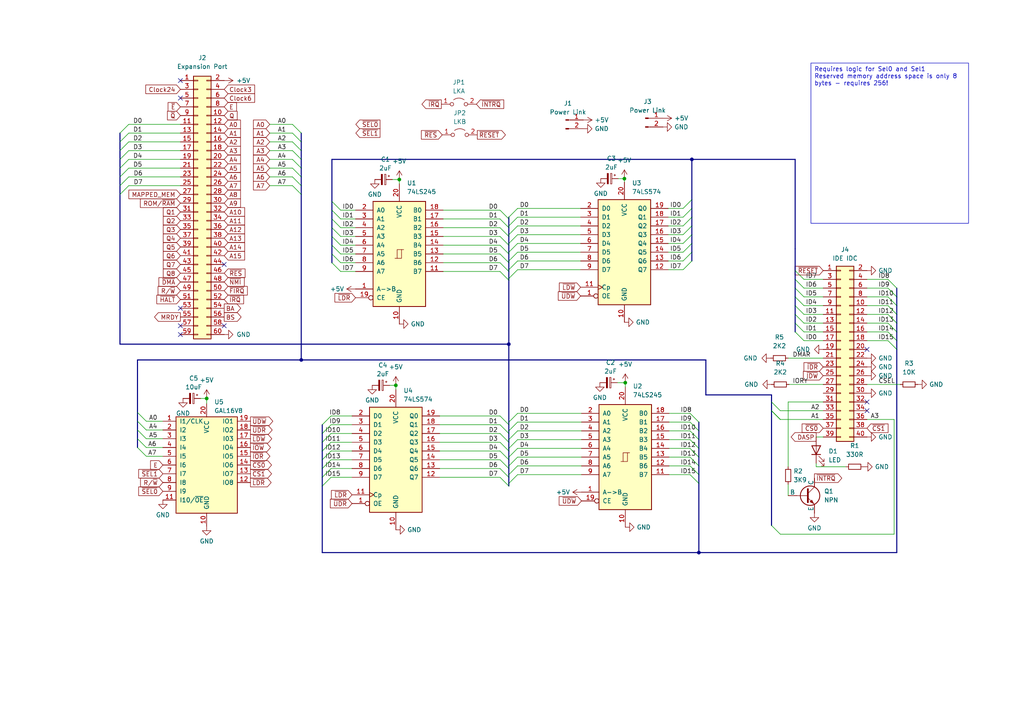
<source format=kicad_sch>
(kicad_sch (version 20230121) (generator eeschema)
  (paper "A4")
  (title_block (title "8 bit IDE for 6309 SBC") (date "2023-10-28") (rev "Rev 0.0"))
  (junction (at 114.808 111.76))
  (junction (at 181.102 51.816))
  (junction (at 87.376 104.394))
  (junction (at 200.66 46.228))
  (junction (at 181.356 110.998))
  (junction (at 147.574 99.822))
  (junction (at 115.824 52.07))
  (junction (at 59.944 115.57))
  (junction (at 202.692 160.274))
  (no_connect (at 65.024 94.488))
  (no_connect (at 251.46 101.346))
  (no_connect (at 251.46 116.586))
  (no_connect (at 52.324 97.028))
  (no_connect (at 52.324 23.368))
  (no_connect (at 251.46 119.126))
  (no_connect (at 52.324 94.488))
  (no_connect (at 52.324 89.408))
  (no_connect (at 65.024 76.708))
  (no_connect (at 52.324 28.448))
  (bus_entry (at 37.338 43.688) (size -2.54 2.54))
  (bus_entry (at 200.152 127.508) (size 2.54 2.54))
  (bus_entry (at 150.114 68.072) (size -2.54 2.54))
  (bus_entry (at 96.012 133.35) (size -2.54 2.54))
  (bus_entry (at 96.266 60.96) (size 2.54 2.54))
  (bus_entry (at 200.152 132.588) (size 2.54 2.54))
  (bus_entry (at 145.034 66.04) (size 2.54 2.54))
  (bus_entry (at 150.114 127.508) (size -2.54 2.54))
  (bus_entry (at 200.152 122.428) (size 2.54 2.54))
  (bus_entry (at 150.114 65.532) (size -2.54 2.54))
  (bus_entry (at 96.266 68.58) (size 2.54 2.54))
  (bus_entry (at 145.034 135.89) (size 2.54 2.54))
  (bus_entry (at 39.878 127.254) (size 2.54 2.54))
  (bus_entry (at 230.632 83.566) (size 2.54 2.54))
  (bus_entry (at 200.66 73.152) (size -2.54 2.54))
  (bus_entry (at 145.034 68.58) (size 2.54 2.54))
  (bus_entry (at 200.152 119.888) (size 2.54 2.54))
  (bus_entry (at 84.836 46.228) (size 2.54 2.54))
  (bus_entry (at 145.034 73.66) (size 2.54 2.54))
  (bus_entry (at 200.66 62.992) (size -2.54 2.54))
  (bus_entry (at 223.774 119.126) (size 2.54 2.54))
  (bus_entry (at 257.556 81.026) (size 2.54 2.54))
  (bus_entry (at 150.114 70.612) (size -2.54 2.54))
  (bus_entry (at 257.556 86.106) (size 2.54 2.54))
  (bus_entry (at 200.152 135.128) (size 2.54 2.54))
  (bus_entry (at 150.114 78.232) (size -2.54 2.54))
  (bus_entry (at 39.878 129.794) (size 2.54 2.54))
  (bus_entry (at 200.66 65.532) (size -2.54 2.54))
  (bus_entry (at 200.152 137.668) (size 2.54 2.54))
  (bus_entry (at 150.114 73.152) (size -2.54 2.54))
  (bus_entry (at 200.66 70.612) (size -2.54 2.54))
  (bus_entry (at 145.034 71.12) (size 2.54 2.54))
  (bus_entry (at 150.114 60.452) (size -2.54 2.54))
  (bus_entry (at 145.034 133.35) (size 2.54 2.54))
  (bus_entry (at 84.836 43.688) (size 2.54 2.54))
  (bus_entry (at 84.836 51.308) (size 2.54 2.54))
  (bus_entry (at 223.774 116.586) (size 2.54 2.54))
  (bus_entry (at 145.034 76.2) (size 2.54 2.54))
  (bus_entry (at 230.632 81.026) (size 2.54 2.54))
  (bus_entry (at 96.266 66.04) (size 2.54 2.54))
  (bus_entry (at 200.66 75.692) (size -2.54 2.54))
  (bus_entry (at 223.774 119.126) (size 2.54 2.54))
  (bus_entry (at 37.338 46.228) (size -2.54 2.54))
  (bus_entry (at 200.66 60.452) (size -2.54 2.54))
  (bus_entry (at 145.034 123.19) (size 2.54 2.54))
  (bus_entry (at 145.034 63.5) (size 2.54 2.54))
  (bus_entry (at 96.266 73.66) (size 2.54 2.54))
  (bus_entry (at 96.266 63.5) (size 2.54 2.54))
  (bus_entry (at 257.556 96.266) (size 2.54 2.54))
  (bus_entry (at 150.114 122.428) (size -2.54 2.54))
  (bus_entry (at 96.012 130.81) (size -2.54 2.54))
  (bus_entry (at 145.034 125.73) (size 2.54 2.54))
  (bus_entry (at 96.012 125.73) (size -2.54 2.54))
  (bus_entry (at 37.338 48.768) (size -2.54 2.54))
  (bus_entry (at 96.012 135.89) (size -2.54 2.54))
  (bus_entry (at 84.836 41.148) (size 2.54 2.54))
  (bus_entry (at 257.556 83.566) (size 2.54 2.54))
  (bus_entry (at 150.114 62.992) (size -2.54 2.54))
  (bus_entry (at 145.034 128.27) (size 2.54 2.54))
  (bus_entry (at 145.034 78.74) (size 2.54 2.54))
  (bus_entry (at 230.632 86.106) (size 2.54 2.54))
  (bus_entry (at 39.878 119.634) (size 2.54 2.54))
  (bus_entry (at 257.556 98.806) (size 2.54 2.54))
  (bus_entry (at 96.012 138.43) (size -2.54 2.54))
  (bus_entry (at 150.114 124.968) (size -2.54 2.54))
  (bus_entry (at 37.338 38.608) (size -2.54 2.54))
  (bus_entry (at 223.774 152.4) (size 2.54 2.54))
  (bus_entry (at 257.556 91.186) (size 2.54 2.54))
  (bus_entry (at 150.114 75.692) (size -2.54 2.54))
  (bus_entry (at 145.034 138.43) (size 2.54 2.54))
  (bus_entry (at 39.878 124.714) (size 2.54 2.54))
  (bus_entry (at 96.012 120.65) (size -2.54 2.54))
  (bus_entry (at 230.632 91.186) (size 2.54 2.54))
  (bus_entry (at 96.012 123.19) (size -2.54 2.54))
  (bus_entry (at 230.632 93.726) (size 2.54 2.54))
  (bus_entry (at 230.632 78.486) (size 2.54 2.54))
  (bus_entry (at 257.556 88.646) (size 2.54 2.54))
  (bus_entry (at 200.152 130.048) (size 2.54 2.54))
  (bus_entry (at 230.632 96.266) (size 2.54 2.54))
  (bus_entry (at 257.556 93.726) (size 2.54 2.54))
  (bus_entry (at 37.338 36.068) (size -2.54 2.54))
  (bus_entry (at 84.836 36.068) (size 2.54 2.54))
  (bus_entry (at 84.836 38.608) (size 2.54 2.54))
  (bus_entry (at 145.034 120.65) (size 2.54 2.54))
  (bus_entry (at 145.034 130.81) (size 2.54 2.54))
  (bus_entry (at 150.114 135.128) (size -2.54 2.54))
  (bus_entry (at 37.338 41.148) (size -2.54 2.54))
  (bus_entry (at 37.338 53.848) (size -2.54 2.54))
  (bus_entry (at 96.012 128.27) (size -2.54 2.54))
  (bus_entry (at 145.034 60.96) (size 2.54 2.54))
  (bus_entry (at 39.878 122.174) (size 2.54 2.54))
  (bus_entry (at 150.114 130.048) (size -2.54 2.54))
  (bus_entry (at 84.836 53.848) (size 2.54 2.54))
  (bus_entry (at 96.266 76.2) (size 2.54 2.54))
  (bus_entry (at 150.114 119.888) (size -2.54 2.54))
  (bus_entry (at 84.836 48.768) (size 2.54 2.54))
  (bus_entry (at 96.266 58.42) (size 2.54 2.54))
  (bus_entry (at 150.114 137.668) (size -2.54 2.54))
  (bus_entry (at 230.632 88.646) (size 2.54 2.54))
  (bus_entry (at 37.338 51.308) (size -2.54 2.54))
  (bus_entry (at 200.66 57.912) (size -2.54 2.54))
  (bus_entry (at 200.152 124.968) (size 2.54 2.54))
  (bus_entry (at 200.66 68.072) (size -2.54 2.54))
  (bus_entry (at 150.114 132.588) (size -2.54 2.54))
  (bus_entry (at 96.266 71.12) (size 2.54 2.54))
  (wire (pts (xy 150.114 68.072) (xy 168.402 68.072)))
  (bus (pts (xy 147.574 133.35) (xy 147.574 135.128)))
  (wire (pts (xy 128.524 76.2) (xy 145.034 76.2)))
  (bus (pts (xy 147.574 66.04) (xy 147.574 68.072)))
  (bus (pts (xy 39.878 119.634) (xy 39.878 104.394)))
  (bus (pts (xy 34.798 41.148) (xy 34.798 43.688)))
  (wire (pts (xy 42.418 127.254) (xy 47.244 127.254)))
  (wire (pts (xy 78.232 51.308) (xy 84.836 51.308)))
  (wire (pts (xy 78.232 53.848) (xy 84.836 53.848)))
  (wire (pts (xy 127.508 138.43) (xy 145.034 138.43)))
  (bus (pts (xy 87.376 104.394) (xy 204.724 104.394)))
  (wire (pts (xy 98.806 78.74) (xy 103.124 78.74)))
  (bus (pts (xy 260.096 98.806) (xy 260.096 101.346)))
  (wire (pts (xy 233.172 91.186) (xy 238.76 91.186)))
  (bus (pts (xy 202.692 160.274) (xy 93.472 160.274)))
  (bus (pts (xy 223.774 119.126) (xy 223.774 152.4)))
  (bus (pts (xy 202.692 140.208) (xy 202.692 160.274)))
  (wire (pts (xy 42.418 129.794) (xy 47.244 129.794)))
  (bus (pts (xy 93.472 138.43) (xy 93.472 140.97)))
  (bus (pts (xy 200.66 46.228) (xy 200.66 57.912)))
  (wire (pts (xy 128.524 78.74) (xy 145.034 78.74)))
  (bus (pts (xy 200.66 70.612) (xy 200.66 73.152)))
  (wire (pts (xy 150.114 137.668) (xy 168.656 137.668)))
  (bus (pts (xy 147.574 124.968) (xy 147.574 125.73)))
  (wire (pts (xy 37.338 48.768) (xy 52.324 48.768)))
  (wire (pts (xy 194.056 137.668) (xy 200.152 137.668)))
  (wire (pts (xy 102.108 128.27) (xy 96.012 128.27)))
  (wire (pts (xy 179.07 110.998) (xy 181.356 110.998)))
  (wire (pts (xy 98.806 71.12) (xy 103.124 71.12)))
  (wire (pts (xy 251.46 88.646) (xy 257.556 88.646)))
  (bus (pts (xy 147.574 68.072) (xy 147.574 68.58)))
  (wire (pts (xy 150.114 119.888) (xy 168.656 119.888)))
  (bus (pts (xy 34.798 53.848) (xy 34.798 56.388)))
  (bus (pts (xy 87.376 56.388) (xy 87.376 104.394)))
  (bus (pts (xy 147.574 123.19) (xy 147.574 124.968)))
  (bus (pts (xy 93.472 125.73) (xy 93.472 128.27)))
  (bus (pts (xy 230.632 91.186) (xy 230.632 88.646)))
  (wire (pts (xy 98.806 66.04) (xy 103.124 66.04)))
  (wire (pts (xy 128.524 73.66) (xy 145.034 73.66)))
  (bus (pts (xy 34.798 46.228) (xy 34.798 48.768)))
  (bus (pts (xy 200.66 60.452) (xy 200.66 62.992)))
  (bus (pts (xy 147.574 78.232) (xy 147.574 78.74)))
  (bus (pts (xy 230.632 86.106) (xy 230.632 83.566)))
  (bus (pts (xy 200.66 46.228) (xy 96.266 46.228)))
  (wire (pts (xy 98.806 73.66) (xy 103.124 73.66)))
  (wire (pts (xy 194.056 127.508) (xy 200.152 127.508)))
  (wire (pts (xy 181.102 51.816) (xy 181.102 52.832)))
  (bus (pts (xy 96.266 63.5) (xy 96.266 66.04)))
  (bus (pts (xy 147.574 125.73) (xy 147.574 127.508)))
  (wire (pts (xy 233.172 96.266) (xy 238.76 96.266)))
  (wire (pts (xy 102.108 138.43) (xy 96.012 138.43)))
  (wire (pts (xy 228.6 140.462) (xy 228.6 143.764)))
  (bus (pts (xy 204.724 114.5331) (xy 204.724 104.394)))
  (bus (pts (xy 87.376 43.688) (xy 87.376 46.228)))
  (bus (pts (xy 147.574 122.428) (xy 147.574 123.19)))
  (bus (pts (xy 96.266 58.42) (xy 96.266 60.96)))
  (wire (pts (xy 150.114 73.152) (xy 168.402 73.152)))
  (bus (pts (xy 87.376 46.228) (xy 87.376 48.768)))
  (wire (pts (xy 198.12 65.532) (xy 193.802 65.532)))
  (wire (pts (xy 102.108 125.73) (xy 96.012 125.73)))
  (bus (pts (xy 39.878 122.174) (xy 39.878 119.634)))
  (wire (pts (xy 179.324 51.816) (xy 181.102 51.816)))
  (wire (pts (xy 198.12 68.072) (xy 193.802 68.072)))
  (wire (pts (xy 37.338 36.068) (xy 52.324 36.068)))
  (wire (pts (xy 128.524 66.04) (xy 145.034 66.04)))
  (bus (pts (xy 93.472 140.97) (xy 93.472 160.274)))
  (bus (pts (xy 147.574 132.588) (xy 147.574 133.35)))
  (wire (pts (xy 150.114 62.992) (xy 168.402 62.992)))
  (wire (pts (xy 226.314 121.666) (xy 238.76 121.666)))
  (bus (pts (xy 230.632 78.486) (xy 230.632 72.1709)))
  (wire (pts (xy 37.338 51.308) (xy 52.324 51.308)))
  (wire (pts (xy 150.114 78.232) (xy 168.402 78.232)))
  (wire (pts (xy 127.508 135.89) (xy 145.034 135.89)))
  (wire (pts (xy 233.172 93.726) (xy 238.76 93.726)))
  (wire (pts (xy 251.46 111.506) (xy 261.112 111.506)))
  (wire (pts (xy 228.854 111.506) (xy 238.76 111.506)))
  (bus (pts (xy 87.376 53.848) (xy 87.376 56.388)))
  (wire (pts (xy 102.108 120.65) (xy 96.012 120.65)))
  (bus (pts (xy 93.472 135.89) (xy 93.472 138.43)))
  (wire (pts (xy 198.12 70.612) (xy 193.802 70.612)))
  (bus (pts (xy 200.66 73.152) (xy 200.66 75.692)))
  (wire (pts (xy 78.232 36.068) (xy 84.836 36.068)))
  (bus (pts (xy 230.632 72.136) (xy 230.632 46.228)))
  (wire (pts (xy 58.166 115.57) (xy 59.944 115.57)))
  (wire (pts (xy 226.314 154.94) (xy 259.334 154.94)))
  (bus (pts (xy 34.798 51.308) (xy 34.798 53.848)))
  (wire (pts (xy 128.524 63.5) (xy 145.034 63.5)))
  (wire (pts (xy 236.728 134.366) (xy 236.728 135.382)))
  (bus (pts (xy 87.376 38.608) (xy 87.376 41.148)))
  (bus (pts (xy 202.692 130.048) (xy 202.692 132.588)))
  (wire (pts (xy 127.508 128.27) (xy 145.034 128.27)))
  (bus (pts (xy 96.266 68.58) (xy 96.266 71.12)))
  (wire (pts (xy 78.232 46.228) (xy 84.836 46.228)))
  (wire (pts (xy 194.056 124.968) (xy 200.152 124.968)))
  (wire (pts (xy 150.114 130.048) (xy 168.656 130.048)))
  (wire (pts (xy 251.46 98.806) (xy 257.556 98.806)))
  (bus (pts (xy 39.878 124.714) (xy 39.878 122.174)))
  (wire (pts (xy 127.508 125.73) (xy 145.034 125.73)))
  (wire (pts (xy 251.46 83.566) (xy 257.556 83.566)))
  (bus (pts (xy 223.774 116.586) (xy 223.774 119.126)))
  (wire (pts (xy 181.356 110.998) (xy 181.356 112.268)))
  (wire (pts (xy 114.808 111.76) (xy 114.808 113.03)))
  (wire (pts (xy 78.232 43.688) (xy 84.836 43.688)))
  (wire (pts (xy 98.806 76.2) (xy 103.124 76.2)))
  (wire (pts (xy 37.338 46.228) (xy 52.324 46.228)))
  (bus (pts (xy 93.472 130.81) (xy 93.472 133.35)))
  (bus (pts (xy 200.66 57.912) (xy 200.66 60.452)))
  (wire (pts (xy 251.46 81.026) (xy 257.556 81.026)))
  (bus (pts (xy 147.574 81.28) (xy 147.574 99.822)))
  (bus (pts (xy 202.692 137.668) (xy 202.692 140.208)))
  (bus (pts (xy 96.266 46.228) (xy 96.266 58.42)))
  (bus (pts (xy 87.376 41.148) (xy 87.376 43.688)))
  (wire (pts (xy 251.46 91.186) (xy 257.556 91.186)))
  (wire (pts (xy 198.12 62.992) (xy 193.802 62.992)))
  (wire (pts (xy 226.314 119.126) (xy 238.76 119.126)))
  (wire (pts (xy 228.6 116.586) (xy 238.76 116.586)))
  (bus (pts (xy 34.798 99.822) (xy 147.574 99.822)))
  (wire (pts (xy 194.056 132.588) (xy 200.152 132.588)))
  (bus (pts (xy 230.632 81.026) (xy 230.632 78.486)))
  (wire (pts (xy 98.806 60.96) (xy 103.124 60.96)))
  (wire (pts (xy 233.172 81.026) (xy 238.76 81.026)))
  (wire (pts (xy 37.338 43.688) (xy 52.324 43.688)))
  (bus (pts (xy 230.632 83.566) (xy 230.632 81.026)))
  (wire (pts (xy 128.524 60.96) (xy 145.034 60.96)))
  (bus (pts (xy 202.692 122.428) (xy 202.692 124.968)))
  (wire (pts (xy 98.806 68.58) (xy 103.124 68.58)))
  (bus (pts (xy 147.574 65.532) (xy 147.574 66.04)))
  (wire (pts (xy 259.334 121.666) (xy 259.334 154.94)))
  (bus (pts (xy 147.574 138.43) (xy 147.574 140.208)))
  (wire (pts (xy 37.338 41.148) (xy 52.324 41.148)))
  (wire (pts (xy 150.114 135.128) (xy 168.656 135.128)))
  (bus (pts (xy 39.878 104.394) (xy 87.376 104.394)))
  (wire (pts (xy 194.056 130.048) (xy 200.152 130.048)))
  (bus (pts (xy 260.096 91.186) (xy 260.096 93.726)))
  (bus (pts (xy 96.266 71.12) (xy 96.266 73.66)))
  (wire (pts (xy 42.418 132.334) (xy 47.244 132.334)))
  (wire (pts (xy 228.6 116.586) (xy 228.6 135.382)))
  (wire (pts (xy 150.114 127.508) (xy 168.656 127.508)))
  (bus (pts (xy 39.878 127.254) (xy 39.878 124.714)))
  (bus (pts (xy 39.878 129.794) (xy 39.878 127.254)))
  (bus (pts (xy 147.574 68.58) (xy 147.574 70.612)))
  (bus (pts (xy 147.574 137.668) (xy 147.574 138.43)))
  (bus (pts (xy 147.574 63.5) (xy 147.574 65.532)))
  (bus (pts (xy 147.574 130.048) (xy 147.574 130.81)))
  (bus (pts (xy 147.574 140.208) (xy 147.574 140.97)))
  (bus (pts (xy 147.574 73.152) (xy 147.574 73.66)))
  (wire (pts (xy 233.172 86.106) (xy 238.76 86.106)))
  (bus (pts (xy 260.096 86.106) (xy 260.096 88.646)))
  (bus (pts (xy 93.472 133.35) (xy 93.472 135.89)))
  (bus (pts (xy 223.774 116.586) (xy 223.774 114.5331)))
  (wire (pts (xy 251.46 96.266) (xy 257.556 96.266)))
  (wire (pts (xy 42.418 124.714) (xy 47.244 124.714)))
  (wire (pts (xy 150.114 132.588) (xy 168.656 132.588)))
  (bus (pts (xy 147.574 130.81) (xy 147.574 132.588)))
  (bus (pts (xy 147.574 62.992) (xy 147.574 63.5)))
  (bus (pts (xy 202.692 127.508) (xy 202.692 130.048)))
  (wire (pts (xy 194.056 135.128) (xy 200.152 135.128)))
  (wire (pts (xy 78.232 48.768) (xy 84.836 48.768)))
  (bus (pts (xy 87.376 51.308) (xy 87.376 53.848)))
  (wire (pts (xy 150.114 75.692) (xy 168.402 75.692)))
  (bus (pts (xy 260.096 93.726) (xy 260.096 96.266)))
  (wire (pts (xy 59.944 115.57) (xy 59.944 117.094)))
  (wire (pts (xy 98.806 63.5) (xy 103.124 63.5)))
  (wire (pts (xy 128.524 68.58) (xy 145.034 68.58)))
  (bus (pts (xy 202.692 135.128) (xy 202.692 137.668)))
  (wire (pts (xy 251.46 93.726) (xy 257.556 93.726)))
  (wire (pts (xy 150.114 122.428) (xy 168.656 122.428)))
  (bus (pts (xy 147.574 80.772) (xy 147.574 81.28)))
  (bus (pts (xy 87.376 48.768) (xy 87.376 51.308)))
  (bus (pts (xy 93.472 128.27) (xy 93.472 130.81)))
  (bus (pts (xy 260.096 88.646) (xy 260.096 91.186)))
  (bus (pts (xy 223.774 114.5331) (xy 204.724 114.5331)))
  (wire (pts (xy 102.108 123.19) (xy 96.012 123.19)))
  (wire (pts (xy 198.12 60.452) (xy 193.802 60.452)))
  (wire (pts (xy 198.12 78.232) (xy 193.802 78.232)))
  (bus (pts (xy 147.574 71.12) (xy 147.574 73.152)))
  (wire (pts (xy 251.46 121.666) (xy 259.334 121.666)))
  (bus (pts (xy 230.632 88.646) (xy 230.632 86.106)))
  (bus (pts (xy 147.574 76.2) (xy 147.574 78.232)))
  (bus (pts (xy 96.266 60.96) (xy 96.266 63.5)))
  (bus (pts (xy 147.574 135.89) (xy 147.574 137.668)))
  (bus (pts (xy 200.66 62.992) (xy 200.66 65.532)))
  (wire (pts (xy 115.824 52.07) (xy 115.824 53.34)))
  (wire (pts (xy 150.114 124.968) (xy 168.656 124.968)))
  (wire (pts (xy 194.056 119.888) (xy 200.152 119.888)))
  (wire (pts (xy 198.12 73.152) (xy 193.802 73.152)))
  (wire (pts (xy 42.418 122.174) (xy 47.244 122.174)))
  (bus (pts (xy 260.096 160.274) (xy 202.692 160.274)))
  (wire (pts (xy 78.232 38.608) (xy 84.836 38.608)))
  (wire (pts (xy 251.46 86.106) (xy 257.556 86.106)))
  (bus (pts (xy 96.266 73.66) (xy 96.266 76.2)))
  (bus (pts (xy 147.574 78.74) (xy 147.574 80.772)))
  (wire (pts (xy 233.172 88.646) (xy 238.76 88.646)))
  (wire (pts (xy 102.108 130.81) (xy 96.012 130.81)))
  (bus (pts (xy 147.574 75.692) (xy 147.574 76.2)))
  (bus (pts (xy 202.692 124.968) (xy 202.692 127.508)))
  (bus (pts (xy 200.66 68.072) (xy 200.66 70.612)))
  (wire (pts (xy 236.728 135.382) (xy 245.364 135.382)))
  (bus (pts (xy 147.574 70.612) (xy 147.574 71.12)))
  (wire (pts (xy 127.508 130.81) (xy 145.034 130.81)))
  (wire (pts (xy 228.6 103.886) (xy 238.76 103.886)))
  (bus (pts (xy 34.798 43.688) (xy 34.798 46.228)))
  (bus (pts (xy 93.472 123.19) (xy 93.472 125.73)))
  (wire (pts (xy 150.114 65.532) (xy 168.402 65.532)))
  (wire (pts (xy 233.172 83.566) (xy 238.76 83.566)))
  (bus (pts (xy 147.574 99.822) (xy 147.574 122.428)))
  (wire (pts (xy 150.114 60.452) (xy 168.402 60.452)))
  (bus (pts (xy 147.574 128.27) (xy 147.574 130.048)))
  (bus (pts (xy 230.632 46.228) (xy 200.66 46.228)))
  (wire (pts (xy 194.056 122.428) (xy 200.152 122.428)))
  (bus (pts (xy 200.66 65.532) (xy 200.66 68.072)))
  (wire (pts (xy 102.108 133.35) (xy 96.012 133.35)))
  (wire (pts (xy 37.338 38.608) (xy 52.324 38.608)))
  (bus (pts (xy 34.798 38.608) (xy 34.798 41.148)))
  (bus (pts (xy 202.692 132.588) (xy 202.692 135.128)))
  (bus (pts (xy 260.096 101.346) (xy 260.096 160.274)))
  (wire (pts (xy 233.172 98.806) (xy 238.76 98.806)))
  (bus (pts (xy 96.266 66.04) (xy 96.266 68.58)))
  (bus (pts (xy 260.096 83.566) (xy 260.096 86.106)))
  (bus (pts (xy 34.798 48.768) (xy 34.798 51.308)))
  (bus (pts (xy 147.574 127.508) (xy 147.574 128.27)))
  (wire (pts (xy 127.508 120.65) (xy 145.034 120.65)))
  (wire (pts (xy 127.508 133.35) (xy 145.034 133.35)))
  (wire (pts (xy 127.508 123.19) (xy 145.034 123.19)))
  (wire (pts (xy 113.792 52.07) (xy 115.824 52.07)))
  (wire (pts (xy 236.728 126.746) (xy 238.76 126.746)))
  (wire (pts (xy 102.108 135.89) (xy 96.012 135.89)))
  (bus (pts (xy 230.632 96.266) (xy 230.632 93.726)))
  (bus (pts (xy 147.574 135.128) (xy 147.574 135.89)))
  (bus (pts (xy 147.574 73.66) (xy 147.574 75.692)))
  (wire (pts (xy 198.12 75.692) (xy 193.802 75.692)))
  (wire (pts (xy 128.524 71.12) (xy 145.034 71.12)))
  (bus (pts (xy 260.096 96.266) (xy 260.096 98.806)))
  (wire (pts (xy 37.338 53.848) (xy 52.324 53.848)))
  (bus (pts (xy 34.798 56.388) (xy 34.798 99.822)))
  (bus (pts (xy 230.632 93.726) (xy 230.632 91.186)))
  (wire (pts (xy 78.232 41.148) (xy 84.836 41.148)))
  (wire (pts (xy 150.114 70.612) (xy 168.402 70.612)))
  (wire (pts (xy 113.03 111.76) (xy 114.808 111.76)))
  (text_box "Requires logic for Sel0 and Sel1\nReserved memory address space is only 8 bytes - requires 256!" (at 235.204 18.288 0) (size 45.72 46.482) (effects (font (size 1.27 1.27)) (justify left top)))
  (label "ID6" (at 197.612 75.692 180))
  (label "ID2" (at 233.68 93.726 0))
  (label "D3" (at 38.608 43.688 0))
  (label "ID2" (at 197.612 65.532 180))
  (label "ID14" (at 197.358 135.128 0))
  (label "ID0" (at 233.68 98.806 0))
  (label "D3" (at 153.416 68.072 180))
  (label "ID15" (at 254.762 98.806 0))
  (label "D2" (at 38.608 41.148 0))
  (label "D2" (at 141.732 125.73 0))
  (label "ID9" (at 254.762 83.566 0))
  (label "ID14" (at 98.806 135.89 180))
  (label "ID1" (at 197.612 62.992 180))
  (label "ID5" (at 99.314 73.66 0))
  (label "A2" (at 235.204 119.126 0))
  (label "ID4" (at 197.612 70.612 180))
  (label "ID7" (at 197.612 78.232 180))
  (label "D2" (at 153.416 65.532 180))
  (label "ID3" (at 99.314 68.58 0))
  (label "ID11" (at 98.806 128.27 180))
  (label "D7" (at 41.402 53.848 180))
  (label "D0" (at 153.416 119.888 180))
  (label "ID5" (at 197.612 73.152 180))
  (label "ID7" (at 233.68 81.026 0))
  (label "A4" (at 43.18 124.714 0))
  (label "D1" (at 141.732 63.5 0))
  (label "ID2" (at 99.314 66.04 0))
  (label "DMAR" (at 229.87 103.886 0))
  (label "A1" (at 235.204 121.666 0))
  (label "ID14" (at 254.762 96.266 0))
  (label "ID0" (at 197.612 60.452 180))
  (label "D4" (at 141.732 71.12 0))
  (label "A0" (at 80.518 36.068 0))
  (label "D5" (at 141.732 133.35 0))
  (label "D5" (at 38.608 48.768 0))
  (label "D3" (at 153.416 127.508 180))
  (label "D7" (at 153.416 78.232 180))
  (label "A0" (at 43.18 122.174 0))
  (label "ID3" (at 197.612 68.072 180))
  (label "D6" (at 141.732 76.2 0))
  (label "ID1" (at 99.314 63.5 0))
  (label "D6" (at 41.402 51.308 180))
  (label "D5" (at 153.416 132.588 180))
  (label "A3" (at 80.518 43.688 0))
  (label "A1" (at 80.518 38.608 0))
  (label "D2" (at 141.732 66.04 0))
  (label "D4" (at 141.732 130.81 0))
  (label "ID12" (at 197.358 130.048 0))
  (label "ID9" (at 197.358 122.428 0))
  (label "D6" (at 153.416 135.128 180))
  (label "D3" (at 141.732 68.58 0))
  (label "A5" (at 80.518 48.768 0))
  (label "CSEL" (at 254.762 111.506 0))
  (label "ID5" (at 233.68 86.106 0))
  (label "ID15" (at 197.358 137.668 0))
  (label "D5" (at 153.416 73.152 180))
  (label "D1" (at 38.608 38.608 0))
  (label "D4" (at 38.608 46.228 0))
  (label "ID12" (at 98.806 130.81 180))
  (label "ID8" (at 254.762 81.026 0))
  (label "IORY" (at 229.87 111.506 0))
  (label "ID9" (at 98.806 123.19 180))
  (label "ID8" (at 197.358 119.888 0))
  (label "A4" (at 80.518 46.228 0))
  (label "ID6" (at 99.314 76.2 0))
  (label "D3" (at 141.732 128.27 0))
  (label "A6" (at 42.926 129.794 0))
  (label "D7" (at 141.732 138.43 0))
  (label "ID8" (at 98.806 120.65 180))
  (label "D6" (at 153.416 75.692 180))
  (label "A5" (at 43.18 127.254 0))
  (label "ID10" (at 98.806 125.73 180))
  (label "D7" (at 153.416 137.668 180))
  (label "ID13" (at 254.762 93.726 0))
  (label "ID7" (at 99.314 78.74 0))
  (label "A7" (at 80.518 53.848 0))
  (label "A6" (at 80.518 51.308 0))
  (label "ID13" (at 98.806 133.35 180))
  (label "A3" (at 252.476 121.666 0))
  (label "ID6" (at 233.68 83.566 0))
  (label "ID11" (at 254.762 88.646 0))
  (label "ID4" (at 233.68 88.646 0))
  (label "D6" (at 141.732 135.89 0))
  (label "ID10" (at 254.762 86.106 0))
  (label "D7" (at 141.732 78.74 0))
  (label "D2" (at 153.416 124.968 180))
  (label "ID1" (at 233.68 96.266 0))
  (label "A2" (at 80.518 41.148 0))
  (label "ID13" (at 197.358 132.588 0))
  (label "ID3" (at 233.68 91.186 0))
  (label "D5" (at 141.732 73.66 0))
  (label "ID12" (at 254.762 91.186 0))
  (label "A7" (at 42.926 132.334 0))
  (label "ID0" (at 99.314 60.96 0))
  (label "D0" (at 153.416 60.452 180))
  (label "D4" (at 153.416 70.612 180))
  (label "ID4" (at 99.314 71.12 0))
  (label "D1" (at 153.416 62.992 180))
  (label "D0" (at 141.732 120.65 0))
  (label "ID15" (at 98.806 138.43 180))
  (label "ID11" (at 197.358 127.508 0))
  (label "D0" (at 141.732 60.96 0))
  (label "ID10" (at 197.358 124.968 0))
  (label "D1" (at 153.416 122.428 180))
  (label "D0" (at 38.608 36.068 0))
  (label "D1" (at 141.732 123.19 0))
  (label "D4" (at 153.416 130.048 180))
  (global_label "A8" (shape input) (at 65.024 56.388 0) (property "Intersheetrefs" "${INTERSHEET_REFS}" (effects hide)))
  (global_label "~{LDR}" (shape input) (at 102.108 143.51 180) (property "Intersheetrefs" "${INTERSHEET_REFS}" (effects hide)))
  (global_label "E" (shape input) (at 47.244 134.874 180) (property "Intersheetrefs" "${INTERSHEET_REFS}" (effects hide)))
  (global_label "~{RESET}" (shape input) (at 238.76 78.486 180) (property "Intersheetrefs" "${INTERSHEET_REFS}" (effects hide)))
  (global_label "A7" (shape input) (at 78.232 53.848 180) (property "Intersheetrefs" "${INTERSHEET_REFS}" (effects hide)))
  (global_label "~{SEL1}" (shape input) (at 47.244 137.414 180) (property "Intersheetrefs" "${INTERSHEET_REFS}" (effects hide)))
  (global_label "A6" (shape input) (at 65.024 51.308 0) (property "Intersheetrefs" "${INTERSHEET_REFS}" (effects hide)))
  (global_label "E" (shape input) (at 65.024 30.988 0) (property "Intersheetrefs" "${INTERSHEET_REFS}" (effects hide)))
  (global_label "~{IRQ}" (shape input) (at 65.024 86.868 0) (property "Intersheetrefs" "${INTERSHEET_REFS}" (effects hide)))
  (global_label "A10" (shape input) (at 65.024 61.468 0) (property "Intersheetrefs" "${INTERSHEET_REFS}" (effects hide)))
  (global_label "~{LDW}" (shape input) (at 168.402 83.312 180) (property "Intersheetrefs" "${INTERSHEET_REFS}" (effects hide)))
  (global_label "~{RES}" (shape input) (at 65.024 79.248 0) (property "Intersheetrefs" "${INTERSHEET_REFS}" (effects hide)))
  (global_label "A3" (shape input) (at 65.024 43.688 0) (property "Intersheetrefs" "${INTERSHEET_REFS}" (effects hide)))
  (global_label "~{CS0}" (shape input) (at 238.76 124.206 180) (property "Intersheetrefs" "${INTERSHEET_REFS}" (effects hide)))
  (global_label "R{slash}~{W}" (shape input) (at 47.244 139.954 180) (property "Intersheetrefs" "${INTERSHEET_REFS}" (effects hide)))
  (global_label "R{slash}~{W}" (shape input) (at 52.324 84.328 180) (property "Intersheetrefs" "${INTERSHEET_REFS}" (effects hide)))
  (global_label "BA" (shape output) (at 65.024 89.408 0) (property "Intersheetrefs" "${INTERSHEET_REFS}" (effects hide)))
  (global_label "A4" (shape input) (at 65.024 46.228 0) (property "Intersheetrefs" "${INTERSHEET_REFS}" (effects hide)))
  (global_label "A0" (shape input) (at 65.024 36.068 0) (property "Intersheetrefs" "${INTERSHEET_REFS}" (effects hide)))
  (global_label "~{SEL0}" (shape output) (at 110.236 36.068 180) (property "Intersheetrefs" "${INTERSHEET_REFS}" (effects hide)))
  (global_label "~{IOW}" (shape output) (at 72.644 129.794 0) (property "Intersheetrefs" "${INTERSHEET_REFS}" (effects hide)))
  (global_label "A0" (shape input) (at 78.232 36.068 180) (property "Intersheetrefs" "${INTERSHEET_REFS}" (effects hide)))
  (global_label "A4" (shape input) (at 78.232 46.228 180) (property "Intersheetrefs" "${INTERSHEET_REFS}" (effects hide)))
  (global_label "~{E}" (shape input) (at 52.324 30.988 180) (property "Intersheetrefs" "${INTERSHEET_REFS}" (effects hide)))
  (global_label "Q4" (shape input) (at 52.324 69.088 180) (property "Intersheetrefs" "${INTERSHEET_REFS}" (effects hide)))
  (global_label "~{CS1}" (shape input) (at 251.46 124.206 0) (property "Intersheetrefs" "${INTERSHEET_REFS}" (effects hide)))
  (global_label "MRDY" (shape output) (at 52.324 91.948 180) (property "Intersheetrefs" "${INTERSHEET_REFS}" (effects hide)))
  (global_label "Q1" (shape input) (at 52.324 61.468 180) (property "Intersheetrefs" "${INTERSHEET_REFS}" (effects hide)))
  (global_label "~{RESET}" (shape output) (at 138.43 39.116 0) (property "Intersheetrefs" "${INTERSHEET_REFS}" (effects hide)))
  (global_label "~{UDW}" (shape output) (at 72.644 122.174 0) (property "Intersheetrefs" "${INTERSHEET_REFS}" (effects hide)))
  (global_label "~{UDW}" (shape input) (at 168.402 85.852 180) (property "Intersheetrefs" "${INTERSHEET_REFS}" (effects hide)))
  (global_label "~{SEL0}" (shape input) (at 47.244 142.494 180) (property "Intersheetrefs" "${INTERSHEET_REFS}" (effects hide)))
  (global_label "A6" (shape input) (at 78.232 51.308 180) (property "Intersheetrefs" "${INTERSHEET_REFS}" (effects hide)))
  (global_label "~{CS1}" (shape output) (at 72.644 137.414 0) (property "Intersheetrefs" "${INTERSHEET_REFS}" (effects hide)))
  (global_label "~{IRQ}" (shape output) (at 128.016 30.226 180) (property "Intersheetrefs" "${INTERSHEET_REFS}" (effects hide)))
  (global_label "Clock3" (shape input) (at 65.024 25.908 0) (property "Intersheetrefs" "${INTERSHEET_REFS}" (effects hide)))
  (global_label "DASP" (shape output) (at 236.728 126.746 180) (property "Intersheetrefs" "${INTERSHEET_REFS}" (effects hide)))
  (global_label "Clock6" (shape input) (at 65.024 28.448 0) (property "Intersheetrefs" "${INTERSHEET_REFS}" (effects hide)))
  (global_label "~{UDW}" (shape input) (at 168.656 145.288 180) (property "Intersheetrefs" "${INTERSHEET_REFS}" (effects hide)))
  (global_label "Q6" (shape input) (at 52.324 74.168 180) (property "Intersheetrefs" "${INTERSHEET_REFS}" (effects hide)))
  (global_label "BS" (shape output) (at 65.024 91.948 0) (property "Intersheetrefs" "${INTERSHEET_REFS}" (effects hide)))
  (global_label "~{IDR}" (shape input) (at 238.76 106.426 180) (property "Intersheetrefs" "${INTERSHEET_REFS}" (effects hide)))
  (global_label "~{CS0}" (shape output) (at 72.644 134.874 0) (property "Intersheetrefs" "${INTERSHEET_REFS}" (effects hide)))
  (global_label "A3" (shape input) (at 78.232 43.688 180) (property "Intersheetrefs" "${INTERSHEET_REFS}" (effects hide)))
  (global_label "~{LDW}" (shape output) (at 72.644 127.254 0) (property "Intersheetrefs" "${INTERSHEET_REFS}" (effects hide)))
  (global_label "~{UDR}" (shape output) (at 72.644 124.714 0) (property "Intersheetrefs" "${INTERSHEET_REFS}" (effects hide)))
  (global_label "MAPPED_MEM" (shape input) (at 52.324 56.388 180) (property "Intersheetrefs" "${INTERSHEET_REFS}" (effects hide)))
  (global_label "A5" (shape input) (at 78.232 48.768 180) (property "Intersheetrefs" "${INTERSHEET_REFS}" (effects hide)))
  (global_label "A2" (shape input) (at 65.024 41.148 0) (property "Intersheetrefs" "${INTERSHEET_REFS}" (effects hide)))
  (global_label "A1" (shape input) (at 65.024 38.608 0) (property "Intersheetrefs" "${INTERSHEET_REFS}" (effects hide)))
  (global_label "Q3" (shape input) (at 52.324 66.548 180) (property "Intersheetrefs" "${INTERSHEET_REFS}" (effects hide)))
  (global_label "~{FIRQ}" (shape input) (at 65.024 84.328 0) (property "Intersheetrefs" "${INTERSHEET_REFS}" (effects hide)))
  (global_label "A5" (shape input) (at 65.024 48.768 0) (property "Intersheetrefs" "${INTERSHEET_REFS}" (effects hide)))
  (global_label "A14" (shape input) (at 65.024 71.628 0) (property "Intersheetrefs" "${INTERSHEET_REFS}" (effects hide)))
  (global_label "~{HALT}" (shape input) (at 52.324 86.868 180) (property "Intersheetrefs" "${INTERSHEET_REFS}" (effects hide)))
  (global_label "~{Q}" (shape input) (at 52.324 33.528 180) (property "Intersheetrefs" "${INTERSHEET_REFS}" (effects hide)))
  (global_label "~{SEL1}" (shape output) (at 110.236 38.608 180) (property "Intersheetrefs" "${INTERSHEET_REFS}" (effects hide)))
  (global_label "~{INTRQ}" (shape output) (at 236.22 138.684 0) (property "Intersheetrefs" "${INTERSHEET_REFS}" (effects hide)))
  (global_label "ROM{slash}~{RAM}" (shape input) (at 52.324 58.928 180) (property "Intersheetrefs" "${INTERSHEET_REFS}" (effects hide)))
  (global_label "~{IDW}" (shape input) (at 238.76 108.966 180) (property "Intersheetrefs" "${INTERSHEET_REFS}" (effects hide)))
  (global_label "~{UDR}" (shape input) (at 102.108 146.05 180) (property "Intersheetrefs" "${INTERSHEET_REFS}" (effects hide)))
  (global_label "~{DMA}" (shape input) (at 52.324 81.788 180) (property "Intersheetrefs" "${INTERSHEET_REFS}" (effects hide)))
  (global_label "~{IOR}" (shape output) (at 72.644 132.334 0) (property "Intersheetrefs" "${INTERSHEET_REFS}" (effects hide)))
  (global_label "A9" (shape input) (at 65.024 58.928 0) (property "Intersheetrefs" "${INTERSHEET_REFS}" (effects hide)))
  (global_label "~{RES}" (shape input) (at 128.27 39.116 180) (property "Intersheetrefs" "${INTERSHEET_REFS}" (effects hide)))
  (global_label "Q7" (shape input) (at 52.324 76.708 180) (property "Intersheetrefs" "${INTERSHEET_REFS}" (effects hide)))
  (global_label "A7" (shape input) (at 65.024 53.848 0) (property "Intersheetrefs" "${INTERSHEET_REFS}" (effects hide)))
  (global_label "Q" (shape input) (at 65.024 33.528 0) (property "Intersheetrefs" "${INTERSHEET_REFS}" (effects hide)))
  (global_label "~{LDR}" (shape output) (at 72.644 139.954 0) (property "Intersheetrefs" "${INTERSHEET_REFS}" (effects hide)))
  (global_label "~{LDR}" (shape input) (at 103.124 86.36 180) (property "Intersheetrefs" "${INTERSHEET_REFS}" (effects hide)))
  (global_label "A13" (shape input) (at 65.024 69.088 0) (property "Intersheetrefs" "${INTERSHEET_REFS}" (effects hide)))
  (global_label "Q8" (shape input) (at 52.324 79.248 180) (property "Intersheetrefs" "${INTERSHEET_REFS}" (effects hide)))
  (global_label "A12" (shape input) (at 65.024 66.548 0) (property "Intersheetrefs" "${INTERSHEET_REFS}" (effects hide)))
  (global_label "A15" (shape input) (at 65.024 74.168 0) (property "Intersheetrefs" "${INTERSHEET_REFS}" (effects hide)))
  (global_label "A1" (shape input) (at 78.232 38.608 180) (property "Intersheetrefs" "${INTERSHEET_REFS}" (effects hide)))
  (global_label "~{NMI}" (shape input) (at 65.024 81.788 0) (property "Intersheetrefs" "${INTERSHEET_REFS}" (effects hide)))
  (global_label "A11" (shape input) (at 65.024 64.008 0) (property "Intersheetrefs" "${INTERSHEET_REFS}" (effects hide)))
  (global_label "Clock24" (shape input) (at 52.324 25.908 180) (property "Intersheetrefs" "${INTERSHEET_REFS}" (effects hide)))
  (global_label "~{INTRQ}" (shape input) (at 138.176 30.226 0) (property "Intersheetrefs" "${INTERSHEET_REFS}" (effects hide)))
  (global_label "A2" (shape input) (at 78.232 41.148 180) (property "Intersheetrefs" "${INTERSHEET_REFS}" (effects hide)))
  (global_label "Q2" (shape input) (at 52.324 64.008 180) (property "Intersheetrefs" "${INTERSHEET_REFS}" (effects hide)))
  (global_label "Q5" (shape input) (at 52.324 71.628 180) (property "Intersheetrefs" "${INTERSHEET_REFS}" (effects hide)))
  (symbol (lib_id "74xx:74LS574") (at 114.808 133.35 0) (unit 1)
    (property "Reference" "U4" (at 117.0021 113.284 0) (effects (justify left)))
    (property "Value" "74LS574" (at 117.0021 115.824 0) (effects (justify left)))
    (property "Footprint" "Package_SO:SOIC-20W_7.5x12.8mm_P1.27mm" (effects hide))
    (property "Datasheet" "http://www.ti.com/lit/gpn/sn74LS574" (effects hide))
  )
  (symbol (lib_id "power:GND") (at 108.712 52.07 0) (unit 1)
    (property "Reference" "#PWR021" (effects hide))
    (property "Value" "GND" (at 108.712 56.388 0))
  )
  (symbol (lib_id "power:GND") (at 251.46 78.486 90) (unit 1)
    (property "Reference" "#PWR01" (effects hide))
    (property "Value" "GND" (at 254.762 78.486 90) (effects (justify right)))
  )
  (symbol (lib_id "power:GND") (at 107.95 111.76 0) (unit 1)
    (property "Reference" "#PWR018" (effects hide))
    (property "Value" "GND" (at 107.95 116.078 0))
  )
  (symbol (lib_id "power:GND") (at 59.944 152.654 0) (unit 1)
    (property "Reference" "#PWR019" (effects hide))
    (property "Value" "GND" (at 59.944 156.972 0))
  )
  (symbol (lib_id "power:+5V") (at 169.164 34.798 270) (unit 1)
    (property "Reference" "#PWR038" (effects hide))
    (property "Value" "+5V" (at 172.466 34.7979 90) (effects (justify left)))
  )
  (symbol (lib_id "power:GND") (at 169.164 37.338 90) (unit 1)
    (property "Reference" "#PWR039" (effects hide))
    (property "Value" "GND" (at 172.466 37.3379 90) (effects (justify right)))
  )
  (symbol (lib_id "power:+5V") (at 115.824 52.07 0) (unit 1)
    (property "Reference" "#PWR012" (effects hide))
    (property "Value" "+5V" (at 115.824 46.736 0))
  )
  (symbol (lib_id "Connector_Generic:Conn_02x30_Odd_Even") (at 57.404 58.928 0) (unit 1)
    (property "Reference" "J2" (at 58.674 16.764 0))
    (property "Value" "Expansion Port" (at 58.674 19.304 0))
    (property "Footprint" "Connector_PinHeader_2.54mm:PinHeader_2x30_P2.54mm_Vertical" (effects hide))
  )
  (symbol (lib_id "power:+5V") (at 181.356 110.998 0) (unit 1)
    (property "Reference" "#PWR014" (effects hide))
    (property "Value" "+5V" (at 181.356 105.664 0))
  )
  (symbol (lib_id "Device:R_Small") (at 247.904 135.382 90) (unit 1)
    (property "Reference" "R1" (at 247.904 129.286 90))
    (property "Value" "330R" (at 247.904 131.826 90))
    (property "Footprint" "Resistor_SMD:R_0805_2012Metric_Pad1.20x1.40mm_HandSolder" (effects hide))
  )
  (symbol (lib_id "power:GND") (at 266.192 111.506 90) (unit 1)
    (property "Reference" "#PWR027" (effects hide))
    (property "Value" "GND" (at 269.494 111.506 90) (effects (justify right)))
  )
  (symbol (lib_id "Logic_Programmable:GAL16V8") (at 59.944 134.874 0) (unit 1)
    (property "Reference" "U5" (at 62.1381 116.586 0) (effects (justify left)))
    (property "Value" "GAL16V8" (at 62.1381 119.126 0) (effects (justify left)))
    (property "Footprint" "Package_SO:SOIC-20W_7.5x12.8mm_P1.27mm" (effects hide))
  )
  (symbol (lib_id "Connector:Conn_01x02_Male") (at 164.084 34.798 0) (unit 1)
    (property "Reference" "J1" (at 164.719 29.972 0))
    (property "Value" "Power Link" (at 164.719 32.512 0))
    (property "Footprint" "Connector_PinHeader_2.54mm:PinHeader_1x02_P2.54mm_Vertical" (effects hide))
  )
  (symbol (lib_id "Device:LED") (at 236.728 130.556 90) (unit 1)
    (property "Reference" "D1" (at 240.284 130.8735 90) (effects (justify right)))
    (property "Value" "LED" (at 240.284 133.4135 90) (effects (justify right)))
    (property "Footprint" "LED_SMD:LED_0805_2012Metric_Pad1.15x1.40mm_HandSolder" (effects hide))
  )
  (symbol (lib_id "power:+5V") (at 114.808 111.76 0) (unit 1)
    (property "Reference" "#PWR015" (effects hide))
    (property "Value" "+5V" (at 114.808 106.426 0))
  )
  (symbol (lib_id "74xx:74LS245") (at 181.356 132.588 0) (unit 1)
    (property "Reference" "U2" (at 183.5501 112.014 0) (effects (justify left)))
    (property "Value" "74LS245" (at 183.5501 114.554 0) (effects (justify left)))
    (property "Footprint" "Package_SO:SOIC-20W_7.5x12.8mm_P1.27mm" (effects hide))
    (property "Datasheet" "http://www.ti.com/lit/gpn/sn74LS245" (effects hide))
  )
  (symbol (lib_id "Device:C_Polarized_Small") (at 111.252 52.07 270) (unit 1)
    (property "Reference" "C1" (at 111.7981 46.228 90))
    (property "Value" "2uF" (at 111.7981 48.768 90))
    (property "Footprint" "Capacitor_SMD:CP_Elec_4x3" (effects hide))
  )
  (symbol (lib_id "power:GND") (at 251.46 103.886 90) (unit 1)
    (property "Reference" "#PWR02" (effects hide))
    (property "Value" "GND" (at 254.762 103.886 90) (effects (justify right)))
  )
  (symbol (lib_id "Device:C_Polarized_Small") (at 176.53 110.998 270) (unit 1)
    (property "Reference" "C2" (at 177.0761 105.156 90))
    (property "Value" "2uF" (at 177.0761 107.696 90))
    (property "Footprint" "Capacitor_SMD:CP_Elec_4x3" (effects hide))
  )
  (symbol (lib_id "power:+5V") (at 65.024 23.368 270) (unit 1)
    (property "Reference" "#PWR035" (effects hide))
    (property "Value" "+5V" (at 72.644 23.368 90) (effects (justify right)))
  )
  (symbol (lib_id "Device:R_Small") (at 228.6 137.922 180) (unit 1)
    (property "Reference" "R2" (at 230.124 136.652 0) (effects (justify right)))
    (property "Value" "3K9" (at 230.124 139.192 0) (effects (justify right)))
    (property "Footprint" "Resistor_SMD:R_0805_2012Metric_Pad1.20x1.40mm_HandSolder" (effects hide))
  )
  (symbol (lib_id "power:GND") (at 181.102 93.472 90) (unit 1)
    (property "Reference" "#PWR08" (effects hide))
    (property "Value" "GND" (at 184.404 93.472 90) (effects (justify right)))
  )
  (symbol (lib_id "power:GND") (at 238.76 101.346 270) (unit 1)
    (property "Reference" "#PWR07" (effects hide))
    (property "Value" "GND" (at 234.95 101.346 90) (effects (justify right)))
  )
  (symbol (lib_id "Device:R_Small") (at 263.652 111.506 90) (unit 1)
    (property "Reference" "R3" (at 263.652 105.41 90))
    (property "Value" "10K" (at 263.652 107.95 90))
    (property "Footprint" "Resistor_SMD:R_0805_2012Metric_Pad1.20x1.40mm_HandSolder" (effects hide))
  )
  (symbol (lib_id "power:GND") (at 250.444 135.382 90) (unit 1)
    (property "Reference" "#PWR025" (effects hide))
    (property "Value" "GND" (at 253.746 135.382 90) (effects (justify right)))
  )
  (symbol (lib_id "power:GND") (at 251.46 108.966 90) (unit 1)
    (property "Reference" "#PWR04" (effects hide))
    (property "Value" "GND" (at 254.762 108.966 90) (effects (justify right)))
  )
  (symbol (lib_id "Connector_Generic:Conn_02x20_Odd_Even") (at 243.84 101.346 0) (unit 1)
    (property "Reference" "J4" (at 245.11 72.39 0))
    (property "Value" "IDE IDC" (at 245.11 74.93 0))
    (property "Footprint" "Connector_IDC:IDC-Header_2x20_P2.54mm_Vertical" (effects hide))
  )
  (symbol (lib_id "power:GND") (at 174.244 51.816 0) (unit 1)
    (property "Reference" "#PWR022" (effects hide))
    (property "Value" "GND" (at 174.244 56.134 0))
  )
  (symbol (lib_id "power:+5V") (at 103.124 83.82 90) (unit 1)
    (property "Reference" "#PWR023" (effects hide))
    (property "Value" "+5V" (at 99.822 83.82 90) (effects (justify left)))
  )
  (symbol (lib_id "power:GND") (at 65.024 97.028 90) (unit 1)
    (property "Reference" "#PWR034" (effects hide))
    (property "Value" "GND" (at 68.58 97.0279 90) (effects (justify right)))
  )
  (symbol (lib_id "Device:R_Small") (at 226.314 111.506 90) (unit 1)
    (property "Reference" "R4" (at 226.314 105.41 90))
    (property "Value" "2K2" (at 226.314 107.95 90))
    (property "Footprint" "Resistor_SMD:R_0805_2012Metric_Pad1.20x1.40mm_HandSolder" (effects hide))
  )
  (symbol (lib_id "power:GND") (at 251.46 106.426 90) (unit 1)
    (property "Reference" "#PWR03" (effects hide))
    (property "Value" "GND" (at 254.762 106.426 90) (effects (justify right)))
  )
  (symbol (lib_id "74xx:74LS245") (at 115.824 73.66 0) (unit 1)
    (property "Reference" "U1" (at 118.0181 53.086 0) (effects (justify left)))
    (property "Value" "74LS245" (at 118.0181 55.626 0) (effects (justify left)))
    (property "Footprint" "Package_SO:SOIC-20W_7.5x12.8mm_P1.27mm" (effects hide))
    (property "Datasheet" "http://www.ti.com/lit/gpn/sn74LS245" (effects hide))
  )
  (symbol (lib_id "power:+5V") (at 168.656 142.748 90) (unit 1)
    (property "Reference" "#PWR024" (effects hide))
    (property "Value" "+5V" (at 165.354 142.748 90) (effects (justify left)))
  )
  (symbol (lib_id "power:GND") (at 114.808 153.67 90) (unit 1)
    (property "Reference" "#PWR010" (effects hide))
    (property "Value" "GND" (at 118.11 153.67 90) (effects (justify right)))
  )
  (symbol (lib_id "Device:C_Polarized_Small") (at 176.784 51.816 270) (unit 1)
    (property "Reference" "C3" (at 177.3301 45.974 90))
    (property "Value" "2uF" (at 177.3301 48.514 90))
    (property "Footprint" "Capacitor_SMD:CP_Elec_4x3" (effects hide))
  )
  (symbol (lib_id "Simulation_SPICE:NPN") (at 233.68 143.764 0) (unit 1)
    (property "Reference" "Q1" (at 239.014 142.494 0) (effects (justify left)))
    (property "Value" "NPN" (at 239.014 145.034 0) (effects (justify left)))
    (property "Footprint" "Package_TO_SOT_SMD:SOT-23-3" (effects hide))
    (property "Sim.Device" "NPN" (effects hide))
    (property "Sim.Type" "GUMMELPOON" (effects hide))
    (property "Sim.Pins" "1=C 2=B 3=E" (effects hide))
  )
  (symbol (lib_id "Jumper:Jumper_2_Open") (at 133.096 30.226 0) (unit 1)
    (property "Reference" "JP1" (at 133.096 23.876 0))
    (property "Value" "LKA" (at 133.096 26.416 0))
    (property "Footprint" "Jumper:SolderJumper-2_P1.3mm_Open_RoundedPad1.0x1.5mm" (effects hide))
  )
  (symbol (lib_id "Jumper:Jumper_2_Open") (at 133.35 39.116 0) (unit 1)
    (property "Reference" "JP2" (at 133.35 32.766 0))
    (property "Value" "LKB" (at 133.35 35.306 0))
    (property "Footprint" "Jumper:SolderJumper-2_P1.3mm_Open_RoundedPad1.0x1.5mm" (effects hide))
  )
  (symbol (lib_id "Device:C_Polarized_Small") (at 110.49 111.76 270) (unit 1)
    (property "Reference" "C4" (at 111.0361 105.918 90))
    (property "Value" "2uF" (at 111.0361 108.458 90))
    (property "Footprint" "Capacitor_SMD:CP_Elec_4x3" (effects hide))
  )
  (symbol (lib_id "74xx:74LS574") (at 181.102 73.152 0) (unit 1)
    (property "Reference" "U3" (at 183.2961 53.086 0) (effects (justify left)))
    (property "Value" "74LS574" (at 183.2961 55.626 0) (effects (justify left)))
    (property "Footprint" "Package_SO:SOIC-20W_7.5x12.8mm_P1.27mm" (effects hide))
    (property "Datasheet" "http://www.ti.com/lit/gpn/sn74LS574" (effects hide))
  )
  (symbol (lib_id "power:GND") (at 251.46 126.746 90) (unit 1)
    (property "Reference" "#PWR06" (effects hide))
    (property "Value" "GND" (at 254.762 126.746 90) (effects (justify right)))
  )
  (symbol (lib_id "power:GND") (at 223.52 103.886 270) (unit 1)
    (property "Reference" "#PWR029" (effects hide))
    (property "Value" "GND" (at 219.71 103.886 90) (effects (justify right)))
  )
  (symbol (lib_id "power:GND") (at 53.086 115.57 0) (unit 1)
    (property "Reference" "#PWR020" (effects hide))
    (property "Value" "GND" (at 53.086 119.888 0))
  )
  (symbol (lib_id "Connector:Conn_01x02_Male") (at 187.198 34.29 0) (unit 1)
    (property "Reference" "J3" (at 187.833 29.464 0))
    (property "Value" "Power Link" (at 187.833 32.004 0))
    (property "Footprint" "Connector_PinHeader_2.54mm:PinHeader_1x02_P2.54mm_Vertical" (effects hide))
  )
  (symbol (lib_id "power:+5V") (at 181.102 51.816 0) (unit 1)
    (property "Reference" "#PWR013" (effects hide))
    (property "Value" "+5V" (at 181.102 46.482 0))
  )
  (symbol (lib_id "power:GND") (at 223.774 111.506 270) (unit 1)
    (property "Reference" "#PWR028" (effects hide))
    (property "Value" "GND" (at 219.964 111.506 90) (effects (justify right)))
  )
  (symbol (lib_id "power:GND") (at 236.22 148.844 0) (unit 1)
    (property "Reference" "#PWR026" (effects hide))
    (property "Value" "GND" (at 236.22 153.162 0))
  )
  (symbol (lib_id "power:GND") (at 47.244 145.034 0) (unit 1)
    (property "Reference" "#PWR030" (effects hide))
    (property "Value" "GND" (at 47.244 149.352 0))
  )
  (symbol (lib_id "power:GND") (at 173.99 110.998 0) (unit 1)
    (property "Reference" "#PWR017" (effects hide))
    (property "Value" "GND" (at 173.99 115.316 0))
  )
  (symbol (lib_id "power:GND") (at 115.824 93.98 90) (unit 1)
    (property "Reference" "#PWR09" (effects hide))
    (property "Value" "GND" (at 119.126 93.98 90) (effects (justify right)))
  )
  (symbol (lib_id "Device:C_Polarized_Small") (at 55.626 115.57 270) (unit 1)
    (property "Reference" "C5" (at 56.1721 109.728 90))
    (property "Value" "10uF" (at 56.1721 112.268 90))
    (property "Footprint" "Capacitor_SMD:CP_Elec_6.3x3" (effects hide))
  )
  (symbol (lib_id "power:+5V") (at 192.278 34.29 270) (unit 1)
    (property "Reference" "#PWR036" (effects hide))
    (property "Value" "+5V" (at 195.58 34.2899 90) (effects (justify left)))
  )
  (symbol (lib_id "power:GND") (at 192.278 36.83 90) (unit 1)
    (property "Reference" "#PWR037" (effects hide))
    (property "Value" "GND" (at 195.58 36.8299 90) (effects (justify right)))
  )
  (symbol (lib_id "power:+5V") (at 59.944 115.57 0) (unit 1)
    (property "Reference" "#PWR016" (effects hide))
    (property "Value" "+5V" (at 59.944 110.236 0))
  )
  (symbol (lib_id "power:GND") (at 181.356 152.908 90) (unit 1)
    (property "Reference" "#PWR011" (effects hide))
    (property "Value" "GND" (at 184.658 152.908 90) (effects (justify right)))
  )
  (symbol (lib_id "power:GND") (at 251.46 114.046 90) (unit 1)
    (property "Reference" "#PWR05" (effects hide))
    (property "Value" "GND" (at 254.762 114.046 90) (effects (justify right)))
  )
  (symbol (lib_id "Device:R_Small") (at 226.06 103.886 90) (unit 1)
    (property "Reference" "R5" (at 226.06 97.79 90))
    (property "Value" "2K2" (at 226.06 100.33 90))
    (property "Footprint" "Resistor_SMD:R_0805_2012Metric_Pad1.20x1.40mm_HandSolder" (effects hide))
  )
)
</source>
